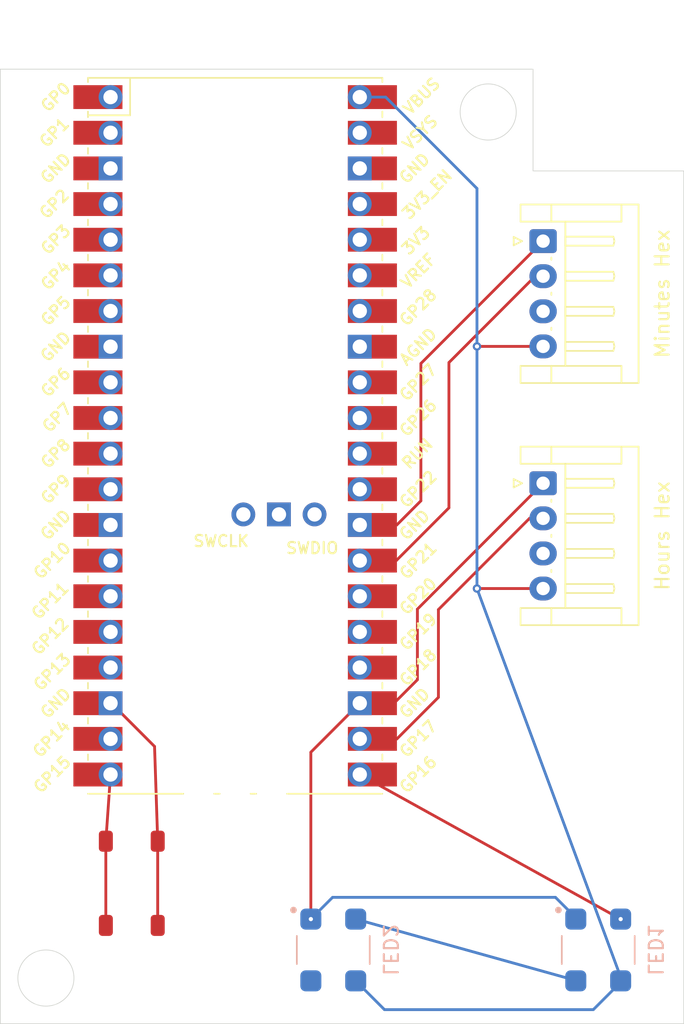
<source format=kicad_pcb>
(kicad_pcb (version 20240108) (generator "pcbnew") (generator_version "8.0")
  (layers (0 "F.Cu" signal) (31 "B.Cu" signal) (34 "B.Paste" user) (35 "F.Paste" user) (36 "B.SilkS" user "B.Silkscreen") (37 "F.SilkS" user "F.Silkscreen") (38 "B.Mask" user) (39 "F.Mask" user) (44 "Edge.Cuts" user))
  (net 0 "")
  (net 2 "Net-(J1-Pin_4)")
  (net 3 "Net-(J1-Pin_1)")
  (net 4 "Net-(J2-Pin_1)")
  (net 5 "Net-(J2-Pin_2)")
  (net 6 "Net-(U1-GPIO15)")
  (net 21 "Net-(LED1-Data_OUT)")
  (net 25 "Net-(LED1-Data_IN)")
  (net 26 "Net-(SW1-Pad2)")
  (net 73 "Net-(J1-Pin_2)")
  (footprint "RaspberryPI PicoW:RPi_PicoW_SMD_TH" (layer "F.Cu") (at 146.75 89.87)
    (property "Reference" "U1" (hide yes))
    (property "Value" "PicoW")
    (fp_line (start -10.5 -25.5) (end -10.5 -25.2) (stroke (width 0.12)) (layer "F.SilkS"))
    (fp_line (start -10.5 -25.5) (end 10.5 -25.5) (stroke (width 0.12)) (layer "F.SilkS"))
    (fp_line (start -10.5 -23.1) (end -10.5 -22.7) (stroke (width 0.12)) (layer "F.SilkS"))
    (fp_line (start -10.5 -22.833) (end -7.493 -22.833) (stroke (width 0.12)) (layer "F.SilkS"))
    (fp_line (start -10.5 -20.5) (end -10.5 -20.1) (stroke (width 0.12)) (layer "F.SilkS"))
    (fp_line (start -10.5 -18) (end -10.5 -17.6) (stroke (width 0.12)) (layer "F.SilkS"))
    (fp_line (start -10.5 -15.4) (end -10.5 -15) (stroke (width 0.12)) (layer "F.SilkS"))
    (fp_line (start -10.5 -12.9) (end -10.5 -12.5) (stroke (width 0.12)) (layer "F.SilkS"))
    (fp_line (start -10.5 -10.4) (end -10.5 -10) (stroke (width 0.12)) (layer "F.SilkS"))
    (fp_line (start -10.5 -7.8) (end -10.5 -7.4) (stroke (width 0.12)) (layer "F.SilkS"))
    (fp_line (start -10.5 -5.3) (end -10.5 -4.9) (stroke (width 0.12)) (layer "F.SilkS"))
    (fp_line (start -10.5 -2.7) (end -10.5 -2.3) (stroke (width 0.12)) (layer "F.SilkS"))
    (fp_line (start -10.5 -0.2) (end -10.5 0.2) (stroke (width 0.12)) (layer "F.SilkS"))
    (fp_line (start -10.5 2.3) (end -10.5 2.7) (stroke (width 0.12)) (layer "F.SilkS"))
    (fp_line (start -10.5 4.9) (end -10.5 5.3) (stroke (width 0.12)) (layer "F.SilkS"))
    (fp_line (start -10.5 7.4) (end -10.5 7.8) (stroke (width 0.12)) (layer "F.SilkS"))
    (fp_line (start -10.5 10) (end -10.5 10.4) (stroke (width 0.12)) (layer "F.SilkS"))
    (fp_line (start -10.5 12.5) (end -10.5 12.9) (stroke (width 0.12)) (layer "F.SilkS"))
    (fp_line (start -10.5 15.1) (end -10.5 15.5) (stroke (width 0.12)) (layer "F.SilkS"))
    (fp_line (start -10.5 17.6) (end -10.5 18) (stroke (width 0.12)) (layer "F.SilkS"))
    (fp_line (start -10.5 20.1) (end -10.5 20.5) (stroke (width 0.12)) (layer "F.SilkS"))
    (fp_line (start -10.5 22.7) (end -10.5 23.1) (stroke (width 0.12)) (layer "F.SilkS"))
    (fp_line (start -7.493 -22.833) (end -7.493 -25.5) (stroke (width 0.12)) (layer "F.SilkS"))
    (fp_line (start -3.7 25.5) (end -10.5 25.5) (stroke (width 0.12)) (layer "F.SilkS"))
    (fp_line (start -1.5 25.5) (end -1.1 25.5) (stroke (width 0.12)) (layer "F.SilkS"))
    (fp_line (start 1.1 25.5) (end 1.5 25.5) (stroke (width 0.12)) (layer "F.SilkS"))
    (fp_line (start 10.5 -25.5) (end 10.5 -25.2) (stroke (width 0.12)) (layer "F.SilkS"))
    (fp_line (start 10.5 -23.1) (end 10.5 -22.7) (stroke (width 0.12)) (layer "F.SilkS"))
    (fp_line (start 10.5 -20.5) (end 10.5 -20.1) (stroke (width 0.12)) (layer "F.SilkS"))
    (fp_line (start 10.5 -18) (end 10.5 -17.6) (stroke (width 0.12)) (layer "F.SilkS"))
    (fp_line (start 10.5 -15.4) (end 10.5 -15) (stroke (width 0.12)) (layer "F.SilkS"))
    (fp_line (start 10.5 -12.9) (end 10.5 -12.5) (stroke (width 0.12)) (layer "F.SilkS"))
    (fp_line (start 10.5 -10.4) (end 10.5 -10) (stroke (width 0.12)) (layer "F.SilkS"))
    (fp_line (start 10.5 -7.8) (end 10.5 -7.4) (stroke (width 0.12)) (layer "F.SilkS"))
    (fp_line (start 10.5 -5.3) (end 10.5 -4.9) (stroke (width 0.12)) (layer "F.SilkS"))
    (fp_line (start 10.5 -2.7) (end 10.5 -2.3) (stroke (width 0.12)) (layer "F.SilkS"))
    (fp_line (start 10.5 -0.2) (end 10.5 0.2) (stroke (width 0.12)) (layer "F.SilkS"))
    (fp_line (start 10.5 2.3) (end 10.5 2.7) (stroke (width 0.12)) (layer "F.SilkS"))
    (fp_line (start 10.5 4.9) (end 10.5 5.3) (stroke (width 0.12)) (layer "F.SilkS"))
    (fp_line (start 10.5 7.4) (end 10.5 7.8) (stroke (width 0.12)) (layer "F.SilkS"))
    (fp_line (start 10.5 10) (end 10.5 10.4) (stroke (width 0.12)) (layer "F.SilkS"))
    (fp_line (start 10.5 12.5) (end 10.5 12.9) (stroke (width 0.12)) (layer "F.SilkS"))
    (fp_line (start 10.5 15.1) (end 10.5 15.5) (stroke (width 0.12)) (layer "F.SilkS"))
    (fp_line (start 10.5 17.6) (end 10.5 18) (stroke (width 0.12)) (layer "F.SilkS"))
    (fp_line (start 10.5 20.1) (end 10.5 20.5) (stroke (width 0.12)) (layer "F.SilkS"))
    (fp_line (start 10.5 22.7) (end 10.5 23.1) (stroke (width 0.12)) (layer "F.SilkS"))
    (fp_line (start 10.5 25.5) (end 3.7 25.5) (stroke (width 0.12)) (layer "F.SilkS"))
    (fp_text user "GP11" (at -13.2 11.7525 45) (layer "F.SilkS") (effects (font (size 0.8 0.8))))
    (fp_text user "GND" (at 12.8 6.35 45) (layer "F.SilkS") (effects (font (size 0.8 0.8))))
    (fp_text user "GP9" (at -12.8 3.81 45) (layer "F.SilkS") (effects (font (size 0.8 0.8))))
    (fp_text user "GP22" (at 13.054 3.81 45) (layer "F.SilkS") (effects (font (size 0.8 0.8))))
    (fp_text user "VREF" (at 13.0675 -11.7425 45) (layer "F.SilkS") (effects (font (size 0.8 0.8))))
    (fp_text user "GP19" (at 13.054 13.97 45) (layer "F.SilkS") (effects (font (size 0.8 0.8))))
    (fp_text user "GP17" (at 13.054 21.59 45) (layer "F.SilkS") (effects (font (size 0.8 0.8))))
    (fp_text user "GP3" (at -12.8 -13.97 45) (layer "F.SilkS") (effects (font (size 0.8 0.8))))
    (fp_text user "GP16" (at 13.054 24.13 45) (layer "F.SilkS") (effects (font (size 0.8 0.8))))
    (fp_text user "GP1" (at -12.9 -21.6 45) (layer "F.SilkS") (effects (font (size 0.8 0.8))))
    (fp_text user "GP18" (at 13.054 16.51 45) (layer "F.SilkS") (effects (font (size 0.8 0.8))))
    (fp_text user "GP0" (at -12.8 -24.13 45) (layer "F.SilkS") (effects (font (size 0.8 0.8))))
    (fp_text user "GP2" (at -12.9 -16.51 45) (layer "F.SilkS") (effects (font (size 0.8 0.8))))
    (fp_text user "RUN" (at 13 1.27 45) (layer "F.SilkS") (effects (font (size 0.8 0.8))))
    (fp_text user "GP20" (at 13.054 11.43 45) (layer "F.SilkS") (effects (font (size 0.8 0.8))))
    (fp_text user "GP6" (at -12.8 -3.81 45) (layer "F.SilkS") (effects (font (size 0.8 0.8))))
    (fp_text user "GND" (at 12.8 -19.05 45) (layer "F.SilkS") (effects (font (size 0.8 0.8))))
    (fp_text user "GP21" (at 13.054 8.9 45) (layer "F.SilkS") (effects (font (size 0.8 0.8))))
    (fp_text user "GP4" (at -12.8 -11.43 45) (layer "F.SilkS") (effects (font (size 0.8 0.8))))
    (fp_text user "GP12" (at -13.2 14.2925 45) (layer "F.SilkS") (effects (font (size 0.8 0.8))))
    (fp_text user "GND" (at -12.8 -6.35 45) (layer "F.SilkS") (effects (font (size 0.8 0.8))))
    (fp_text user "VSYS" (at 13.2 -21.59 45) (layer "F.SilkS") (effects (font (size 0.8 0.8))))
    (fp_text user "GND" (at 12.8 19.05 45) (layer "F.SilkS") (effects (font (size 0.8 0.8))))
    (fp_text user "GND" (at -12.8 6.35 45) (layer "F.SilkS") (effects (font (size 0.8 0.8))))
    (fp_text user "GND" (at -12.8 -19.05 45) (layer "F.SilkS") (effects (font (size 0.8 0.8))))
    (fp_text user "3V3_EN" (at 13.7 -17.2 45) (layer "F.SilkS") (effects (font (size 0.8 0.8))))
    (fp_text user "GP8" (at -12.8 1.27 45) (layer "F.SilkS") (effects (font (size 0.8 0.8))))
    (fp_text user "GP26" (at 13.054 -1.27 45) (layer "F.SilkS") (effects (font (size 0.8 0.8))))
    (fp_text user "GP14" (at -13.1 21.59 45) (layer "F.SilkS") (effects (font (size 0.8 0.8))))
    (fp_text user "GP28" (at 13.054 -9.144 45) (layer "F.SilkS") (effects (font (size 0.8 0.8))))
    (fp_text user "SWCLK" (at -1 7.5 0) (layer "F.SilkS") (effects (font (size 0.8 0.8))))
    (fp_text user "3V3" (at 12.9 -13.9 45) (layer "F.SilkS") (effects (font (size 0.8 0.8))))
    (fp_text user "AGND" (at 13.054 -6.35 45) (layer "F.SilkS") (effects (font (size 0.8 0.8))))
    (fp_text user "GP13" (at -13.054 16.8325 45) (layer "F.SilkS") (effects (font (size 0.8 0.8))))
    (fp_text user "GP10" (at -13.054 8.89 45) (layer "F.SilkS") (effects (font (size 0.8 0.8))))
    (fp_text user "GP15" (at -13.054 24.13 45) (layer "F.SilkS") (effects (font (size 0.8 0.8))))
    (fp_text user "GP5" (at -12.8 -8.89 45) (layer "F.SilkS") (effects (font (size 0.8 0.8))))
    (fp_text user "GP27" (at 13.054 -3.8 45) (layer "F.SilkS") (effects (font (size 0.8 0.8))))
    (fp_text user "GND" (at -12.8 19.05 45) (layer "F.SilkS") (effects (font (size 0.8 0.8))))
    (fp_text user "SWDIO" (at 5.5 8 0) (layer "F.SilkS") (effects (font (size 0.8 0.8))))
    (fp_text user "VBUS" (at 13.3 -24.2 45) (layer "F.SilkS") (effects (font (size 0.8 0.8))))
    (pad "" np_thru_hole oval (at -2.725 -24) (size 1.8 1.8) (drill 1.8) (layers "*.Cu" "*.Mask"))
    (pad "" np_thru_hole oval (at -2.425 -20.97) (size 1.5 1.5) (drill 1.5) (layers "*.Cu" "*.Mask"))
    (pad "" np_thru_hole oval (at 2.425 -20.97) (size 1.5 1.5) (drill 1.5) (layers "*.Cu" "*.Mask"))
    (pad "" np_thru_hole oval (at 2.725 -24) (size 1.8 1.8) (drill 1.8) (layers "*.Cu" "*.Mask"))
    (pad "1" thru_hole oval (at -8.89 -24.13) (size 1.7 1.7) (drill 1.02) (layers "*.Cu" "*.Mask"))
    (pad "1" smd rect (at -8.89 -24.13) (size 3.5 1.7) (drill (offset -0.9 0)) (layers "F.Cu" "F.Mask"))
    (pad "2" thru_hole oval (at -8.89 -21.59) (size 1.7 1.7) (drill 1.02) (layers "*.Cu" "*.Mask"))
    (pad "2" smd rect (at -8.89 -21.59) (size 3.5 1.7) (drill (offset -0.9 0)) (layers "F.Cu" "F.Mask"))
    (pad "3" thru_hole rect (at -8.89 -19.05) (size 1.7 1.7) (drill 1.02) (layers "*.Cu" "*.Mask"))
    (pad "3" smd rect (at -8.89 -19.05) (size 3.5 1.7) (drill (offset -0.9 0)) (layers "F.Cu" "F.Mask"))
    (pad "4" thru_hole oval (at -8.89 -16.51) (size 1.7 1.7) (drill 1.02) (layers "*.Cu" "*.Mask"))
    (pad "4" smd rect (at -8.89 -16.51) (size 3.5 1.7) (drill (offset -0.9 0)) (layers "F.Cu" "F.Mask"))
    (pad "5" thru_hole oval (at -8.89 -13.97) (size 1.7 1.7) (drill 1.02) (layers "*.Cu" "*.Mask"))
    (pad "5" smd rect (at -8.89 -13.97) (size 3.5 1.7) (drill (offset -0.9 0)) (layers "F.Cu" "F.Mask"))
    (pad "6" thru_hole oval (at -8.89 -11.43) (size 1.7 1.7) (drill 1.02) (layers "*.Cu" "*.Mask"))
    (pad "6" smd rect (at -8.89 -11.43) (size 3.5 1.7) (drill (offset -0.9 0)) (layers "F.Cu" "F.Mask"))
    (pad "7" thru_hole oval (at -8.89 -8.89) (size 1.7 1.7) (drill 1.02) (layers "*.Cu" "*.Mask"))
    (pad "7" smd rect (at -8.89 -8.89) (size 3.5 1.7) (drill (offset -0.9 0)) (layers "F.Cu" "F.Mask"))
    (pad "8" thru_hole rect (at -8.89 -6.35) (size 1.7 1.7) (drill 1.02) (layers "*.Cu" "*.Mask"))
    (pad "8" smd rect (at -8.89 -6.35) (size 3.5 1.7) (drill (offset -0.9 0)) (layers "F.Cu" "F.Mask"))
    (pad "9" thru_hole oval (at -8.89 -3.81) (size 1.7 1.7) (drill 1.02) (layers "*.Cu" "*.Mask"))
    (pad "9" smd rect (at -8.89 -3.81) (size 3.5 1.7) (drill (offset -0.9 0)) (layers "F.Cu" "F.Mask"))
    (pad "10" thru_hole oval (at -8.89 -1.27) (size 1.7 1.7) (drill 1.02) (layers "*.Cu" "*.Mask"))
    (pad "10" smd rect (at -8.89 -1.27) (size 3.5 1.7) (drill (offset -0.9 0)) (layers "F.Cu" "F.Mask"))
    (pad "11" thru_hole oval (at -8.89 1.27) (size 1.7 1.7) (drill 1.02) (layers "*.Cu" "*.Mask"))
    (pad "11" smd rect (at -8.89 1.27) (size 3.5 1.7) (drill (offset -0.9 0)) (layers "F.Cu" "F.Mask"))
    (pad "12" thru_hole oval (at -8.89 3.81) (size 1.7 1.7) (drill 1.02) (layers "*.Cu" "*.Mask"))
    (pad "12" smd rect (at -8.89 3.81) (size 3.5 1.7) (drill (offset -0.9 0)) (layers "F.Cu" "F.Mask"))
    (pad "13" thru_hole rect (at -8.89 6.35) (size 1.7 1.7) (drill 1.02) (layers "*.Cu" "*.Mask"))
    (pad "13" smd rect (at -8.89 6.35) (size 3.5 1.7) (drill (offset -0.9 0)) (layers "F.Cu" "F.Mask"))
    (pad "14" thru_hole oval (at -8.89 8.89) (size 1.7 1.7) (drill 1.02) (layers "*.Cu" "*.Mask"))
    (pad "14" smd rect (at -8.89 8.89) (size 3.5 1.7) (drill (offset -0.9 0)) (layers "F.Cu" "F.Mask"))
    (pad "15" thru_hole oval (at -8.89 11.43) (size 1.7 1.7) (drill 1.02) (layers "*.Cu" "*.Mask"))
    (pad "15" smd rect (at -8.89 11.43) (size 3.5 1.7) (drill (offset -0.9 0)) (layers "F.Cu" "F.Mask"))
    (pad "16" thru_hole oval (at -8.89 13.97) (size 1.7 1.7) (drill 1.02) (layers "*.Cu" "*.Mask"))
    (pad "16" smd rect (at -8.89 13.97) (size 3.5 1.7) (drill (offset -0.9 0)) (layers "F.Cu" "F.Mask"))
    (pad "17" thru_hole oval (at -8.89 16.51) (size 1.7 1.7) (drill 1.02) (layers "*.Cu" "*.Mask"))
    (pad "17" smd rect (at -8.89 16.51) (size 3.5 1.7) (drill (offset -0.9 0)) (layers "F.Cu" "F.Mask"))
    (pad "18" thru_hole rect (at -8.89 19.05) (size 1.7 1.7) (drill 1.02) (layers "*.Cu" "*.Mask") (net 26 "Net-(SW1-Pad2)"))
    (pad "18" smd rect (at -8.89 19.05) (size 3.5 1.7) (drill (offset -0.9 0)) (layers "F.Cu" "F.Mask") (net 26 "Net-(SW1-Pad2)"))
    (pad "19" thru_hole oval (at -8.89 21.59) (size 1.7 1.7) (drill 1.02) (layers "*.Cu" "*.Mask"))
    (pad "19" smd rect (at -8.89 21.59) (size 3.5 1.7) (drill (offset -0.9 0)) (layers "F.Cu" "F.Mask"))
    (pad "20" thru_hole oval (at -8.89 24.13) (size 1.7 1.7) (drill 1.02) (layers "*.Cu" "*.Mask") (net 6 "Net-(U1-GPIO15)"))
    (pad "20" smd rect (at -8.89 24.13) (size 3.5 1.7) (drill (offset -0.9 0)) (layers "F.Cu" "F.Mask") (net 6 "Net-(U1-GPIO15)"))
    (pad "21" thru_hole oval (at 8.89 24.13) (size 1.7 1.7) (drill 1.02) (layers "*.Cu" "*.Mask") (net 25 "Net-(LED1-Data_IN)"))
    (pad "21" smd rect (at 8.89 24.13) (size 3.5 1.7) (drill (offset 0.9 0)) (layers "F.Cu" "F.Mask") (net 25 "Net-(LED1-Data_IN)"))
    (pad "22" thru_hole oval (at 8.89 21.59) (size 1.7 1.7) (drill 1.02) (layers "*.Cu" "*.Mask") (net 5 "Net-(J2-Pin_2)"))
    (pad "22" smd rect (at 8.89 21.59) (size 3.5 1.7) (drill (offset 0.9 0)) (layers "F.Cu" "F.Mask") (net 5 "Net-(J2-Pin_2)"))
    (pad "23" thru_hole rect (at 8.89 19.05) (size 1.7 1.7) (drill 1.02) (layers "*.Cu" "*.Mask") (net 4 "Net-(J2-Pin_1)"))
    (pad "23" smd rect (at 8.89 19.05) (size 3.5 1.7) (drill (offset 0.9 0)) (layers "F.Cu" "F.Mask") (net 4 "Net-(J2-Pin_1)"))
    (pad "24" thru_hole oval (at 8.89 16.51) (size 1.7 1.7) (drill 1.02) (layers "*.Cu" "*.Mask"))
    (pad "24" smd rect (at 8.89 16.51) (size 3.5 1.7) (drill (offset 0.9 0)) (layers "F.Cu" "F.Mask"))
    (pad "25" thru_hole oval (at 8.89 13.97) (size 1.7 1.7) (drill 1.02) (layers "*.Cu" "*.Mask"))
    (pad "25" smd rect (at 8.89 13.97) (size 3.5 1.7) (drill (offset 0.9 0)) (layers "F.Cu" "F.Mask"))
    (pad "26" thru_hole oval (at 8.89 11.43) (size 1.7 1.7) (drill 1.02) (layers "*.Cu" "*.Mask"))
    (pad "26" smd rect (at 8.89 11.43) (size 3.5 1.7) (drill (offset 0.9 0)) (layers "F.Cu" "F.Mask"))
    (pad "27" thru_hole oval (at 8.89 8.89) (size 1.7 1.7) (drill 1.02) (layers "*.Cu" "*.Mask") (net 73 "Net-(J1-Pin_2)"))
    (pad "27" smd rect (at 8.89 8.89) (size 3.5 1.7) (drill (offset 0.9 0)) (layers "F.Cu" "F.Mask") (net 73 "Net-(J1-Pin_2)"))
    (pad "28" thru_hole rect (at 8.89 6.35) (size 1.7 1.7) (drill 1.02) (layers "*.Cu" "*.Mask") (net 3 "Net-(J1-Pin_1)"))
    (pad "28" smd rect (at 8.89 6.35) (size 3.5 1.7) (drill (offset 0.9 0)) (layers "F.Cu" "F.Mask") (net 3 "Net-(J1-Pin_1)"))
    (pad "29" thru_hole oval (at 8.89 3.81) (size 1.7 1.7) (drill 1.02) (layers "*.Cu" "*.Mask"))
    (pad "29" smd rect (at 8.89 3.81) (size 3.5 1.7) (drill (offset 0.9 0)) (layers "F.Cu" "F.Mask"))
    (pad "30" thru_hole oval (at 8.89 1.27) (size 1.7 1.7) (drill 1.02) (layers "*.Cu" "*.Mask"))
    (pad "30" smd rect (at 8.89 1.27) (size 3.5 1.7) (drill (offset 0.9 0)) (layers "F.Cu" "F.Mask"))
    (pad "31" thru_hole oval (at 8.89 -1.27) (size 1.7 1.7) (drill 1.02) (layers "*.Cu" "*.Mask"))
    (pad "31" smd rect (at 8.89 -1.27) (size 3.5 1.7) (drill (offset 0.9 0)) (layers "F.Cu" "F.Mask"))
    (pad "32" thru_hole oval (at 8.89 -3.81) (size 1.7 1.7) (drill 1.02) (layers "*.Cu" "*.Mask"))
    (pad "32" smd rect (at 8.89 -3.81) (size 3.5 1.7) (drill (offset 0.9 0)) (layers "F.Cu" "F.Mask"))
    (pad "33" thru_hole rect (at 8.89 -6.35) (size 1.7 1.7) (drill 1.02) (layers "*.Cu" "*.Mask"))
    (pad "33" smd rect (at 8.89 -6.35) (size 3.5 1.7) (drill (offset 0.9 0)) (layers "F.Cu" "F.Mask"))
    (pad "34" thru_hole oval (at 8.89 -8.89) (size 1.7 1.7) (drill 1.02) (layers "*.Cu" "*.Mask"))
    (pad "34" smd rect (at 8.89 -8.89) (size 3.5 1.7) (drill (offset 0.9 0)) (layers "F.Cu" "F.Mask"))
    (pad "35" thru_hole oval (at 8.89 -11.43) (size 1.7 1.7) (drill 1.02) (layers "*.Cu" "*.Mask"))
    (pad "35" smd rect (at 8.89 -11.43) (size 3.5 1.7) (drill (offset 0.9 0)) (layers "F.Cu" "F.Mask"))
    (pad "36" thru_hole oval (at 8.89 -13.97) (size 1.7 1.7) (drill 1.02) (layers "*.Cu" "*.Mask"))
    (pad "36" smd rect (at 8.89 -13.97) (size 3.5 1.7) (drill (offset 0.9 0)) (layers "F.Cu" "F.Mask"))
    (pad "37" thru_hole oval (at 8.89 -16.51) (size 1.7 1.7) (drill 1.02) (layers "*.Cu" "*.Mask"))
    (pad "37" smd rect (at 8.89 -16.51) (size 3.5 1.7) (drill (offset 0.9 0)) (layers "F.Cu" "F.Mask"))
    (pad "38" thru_hole rect (at 8.89 -19.05) (size 1.7 1.7) (drill 1.02) (layers "*.Cu" "*.Mask"))
    (pad "38" smd rect (at 8.89 -19.05) (size 3.5 1.7) (drill (offset 0.9 0)) (layers "F.Cu" "F.Mask"))
    (pad "39" thru_hole oval (at 8.89 -21.59) (size 1.7 1.7) (drill 1.02) (layers "*.Cu" "*.Mask"))
    (pad "39" smd rect (at 8.89 -21.59) (size 3.5 1.7) (drill (offset 0.9 0)) (layers "F.Cu" "F.Mask"))
    (pad "40" thru_hole oval (at 8.89 -24.13) (size 1.7 1.7) (drill 1.02) (layers "*.Cu" "*.Mask") (net 2 "Net-(J1-Pin_4)"))
    (pad "40" smd rect (at 8.89 -24.13) (size 3.5 1.7) (drill (offset 0.9 0)) (layers "F.Cu" "F.Mask") (net 2 "Net-(J1-Pin_4)"))
    (pad "41" thru_hole oval (at 0.5841 5.6) (size 1.7 1.7) (drill 1.02) (layers "*.Cu" "*.Mask"))
    (pad "42" thru_hole rect (at 3.1241 5.6) (size 1.7 1.7) (drill 1.02) (layers "*.Cu" "*.Mask"))
    (pad "43" thru_hole oval (at 5.6641 5.6) (size 1.7 1.7) (drill 1.02) (layers "*.Cu" "*.Mask"))
  )
  (footprint "Connector_JST:JST_EH_S4B-EH_1x04_P2.50mm_Horizontal" (layer "F.Cu") (at 168.7175 76 -90)
    (property "Reference" "Minutes Hex" (at 3.75 -8.5 90) (layer "F.SilkS"))
    (property "Value" "Conn_01x04_Socket" (hide yes))
    (fp_line (start -0.3 2.1) (end 0.3 2.1) (stroke (width 0.12)) (layer "F.SilkS"))
    (fp_line (start 0.3 2.1) (end 0 1.5) (stroke (width 0.12)) (layer "F.SilkS"))
    (fp_line (start -2.61 1.61) (end -2.61 -6.81) (stroke (width 0.12)) (layer "F.SilkS"))
    (fp_line (start -1.39 1.61) (end -2.61 1.61) (stroke (width 0.12)) (layer "F.SilkS"))
    (fp_line (start 8.89 1.61) (end 8.89 -0.59) (stroke (width 0.12)) (layer "F.SilkS"))
    (fp_line (start 10.11 1.61) (end 8.89 1.61) (stroke (width 0.12)) (layer "F.SilkS"))
    (fp_line (start 0 1.5) (end -0.3 2.1) (stroke (width 0.12)) (layer "F.SilkS"))
    (fp_line (start -1.39 -0.59) (end -1.39 1.61) (stroke (width 0.12)) (layer "F.SilkS"))
    (fp_line (start -1.39 -0.59) (end -2.61 -0.59) (stroke (width 0.12)) (layer "F.SilkS"))
    (fp_line (start 1.17 -0.59) (end 1.33 -0.59) (stroke (width 0.12)) (layer "F.SilkS"))
    (fp_line (start 3.67 -0.59) (end 3.83 -0.59) (stroke (width 0.12)) (layer "F.SilkS"))
    (fp_line (start 6.17 -0.59) (end 6.33 -0.59) (stroke (width 0.12)) (layer "F.SilkS"))
    (fp_line (start 8.89 -0.59) (end 10.11 -0.59) (stroke (width 0.12)) (layer "F.SilkS"))
    (fp_line (start -1.39 -1.59) (end 8.89 -1.59) (stroke (width 0.12)) (layer "F.SilkS"))
    (fp_line (start -0.32 -1.59) (end -0.32 -5.01) (stroke (width 0.12)) (layer "F.SilkS"))
    (fp_line (start 0 -1.59) (end -0.32 -1.59) (stroke (width 0.12)) (layer "F.SilkS"))
    (fp_line (start 0.32 -1.59) (end 0 -1.59) (stroke (width 0.12)) (layer "F.SilkS"))
    (fp_line (start 2.18 -1.59) (end 2.18 -5.01) (stroke (width 0.12)) (layer "F.SilkS"))
    (fp_line (start 2.5 -1.59) (end 2.18 -1.59) (stroke (width 0.12)) (layer "F.SilkS"))
    (fp_line (start 2.82 -1.59) (end 2.5 -1.59) (stroke (width 0.12)) (layer "F.SilkS"))
    (fp_line (start 4.68 -1.59) (end 4.68 -5.01) (stroke (width 0.12)) (layer "F.SilkS"))
    (fp_line (start 5 -1.59) (end 4.68 -1.59) (stroke (width 0.12)) (layer "F.SilkS"))
    (fp_line (start 5.32 -1.59) (end 5 -1.59) (stroke (width 0.12)) (layer "F.SilkS"))
    (fp_line (start 7.18 -1.59) (end 7.18 -5.01) (stroke (width 0.12)) (layer "F.SilkS"))
    (fp_line (start 7.5 -1.59) (end 7.18 -1.59) (stroke (width 0.12)) (layer "F.SilkS"))
    (fp_line (start 7.82 -1.59) (end 7.5 -1.59) (stroke (width 0.12)) (layer "F.SilkS"))
    (fp_line (start -0.32 -5.01) (end 0 -5.09) (stroke (width 0.12)) (layer "F.SilkS"))
    (fp_line (start 0.32 -5.01) (end 0.32 -1.59) (stroke (width 0.12)) (layer "F.SilkS"))
    (fp_line (start 2.18 -5.01) (end 2.5 -5.09) (stroke (width 0.12)) (layer "F.SilkS"))
    (fp_line (start 2.82 -5.01) (end 2.82 -1.59) (stroke (width 0.12)) (layer "F.SilkS"))
    (fp_line (start 4.68 -5.01) (end 5 -5.09) (stroke (width 0.12)) (layer "F.SilkS"))
    (fp_line (start 5.32 -5.01) (end 5.32 -1.59) (stroke (width 0.12)) (layer "F.SilkS"))
    (fp_line (start 7.18 -5.01) (end 7.5 -5.09) (stroke (width 0.12)) (layer "F.SilkS"))
    (fp_line (start 7.82 -5.01) (end 7.82 -1.59) (stroke (width 0.12)) (layer "F.SilkS"))
    (fp_line (start 0 -5.09) (end 0.32 -5.01) (stroke (width 0.12)) (layer "F.SilkS"))
    (fp_line (start 2.5 -5.09) (end 2.82 -5.01) (stroke (width 0.12)) (layer "F.SilkS"))
    (fp_line (start 5 -5.09) (end 5.32 -5.01) (stroke (width 0.12)) (layer "F.SilkS"))
    (fp_line (start 7.5 -5.09) (end 7.82 -5.01) (stroke (width 0.12)) (layer "F.SilkS"))
    (fp_line (start -2.61 -5.59) (end -1.39 -5.59) (stroke (width 0.12)) (layer "F.SilkS"))
    (fp_line (start -1.39 -5.59) (end -1.39 -0.59) (stroke (width 0.12)) (layer "F.SilkS"))
    (fp_line (start 8.89 -5.59) (end 8.89 -0.59) (stroke (width 0.12)) (layer "F.SilkS"))
    (fp_line (start 10.11 -5.59) (end 8.89 -5.59) (stroke (width 0.12)) (layer "F.SilkS"))
    (fp_line (start -2.61 -6.81) (end 10.11 -6.81) (stroke (width 0.12)) (layer "F.SilkS"))
    (fp_line (start 10.11 -6.81) (end 10.11 1.61) (stroke (width 0.12)) (layer "F.SilkS"))
    (pad "1" thru_hole roundrect (at 0 0 270) (size 1.7 1.95) (drill 0.95) (layers "*.Cu" "*.Mask") (roundrect_rratio 0.147059) (net 3 "Net-(J1-Pin_1)"))
    (pad "2" thru_hole oval (at 2.5 0 270) (size 1.7 1.95) (drill 0.95) (layers "*.Cu" "*.Mask") (net 73 "Net-(J1-Pin_2)"))
    (pad "3" thru_hole oval (at 5 0 270) (size 1.7 1.95) (drill 0.95) (layers "*.Cu" "*.Mask"))
    (pad "4" thru_hole oval (at 7.5 0 270) (size 1.7 1.95) (drill 0.95) (layers "*.Cu" "*.Mask") (net 2 "Net-(J1-Pin_4)"))
  )
  (footprint "Connector_JST:JST_EH_S4B-EH_1x04_P2.50mm_Horizontal" (layer "F.Cu") (at 168.7175 93.25 -90)
    (property "Reference" "Hours Hex" (at 3.75 -8.5 90) (layer "F.SilkS"))
    (property "Value" "Conn_01x04_Socket" (hide yes))
    (fp_line (start -0.3 2.1) (end 0.3 2.1) (stroke (width 0.12)) (layer "F.SilkS"))
    (fp_line (start 0.3 2.1) (end 0 1.5) (stroke (width 0.12)) (layer "F.SilkS"))
    (fp_line (start -2.61 1.61) (end -2.61 -6.81) (stroke (width 0.12)) (layer "F.SilkS"))
    (fp_line (start -1.39 1.61) (end -2.61 1.61) (stroke (width 0.12)) (layer "F.SilkS"))
    (fp_line (start 8.89 1.61) (end 8.89 -0.59) (stroke (width 0.12)) (layer "F.SilkS"))
    (fp_line (start 10.11 1.61) (end 8.89 1.61) (stroke (width 0.12)) (layer "F.SilkS"))
    (fp_line (start 0 1.5) (end -0.3 2.1) (stroke (width 0.12)) (layer "F.SilkS"))
    (fp_line (start -1.39 -0.59) (end -1.39 1.61) (stroke (width 0.12)) (layer "F.SilkS"))
    (fp_line (start -1.39 -0.59) (end -2.61 -0.59) (stroke (width 0.12)) (layer "F.SilkS"))
    (fp_line (start 1.17 -0.59) (end 1.33 -0.59) (stroke (width 0.12)) (layer "F.SilkS"))
    (fp_line (start 3.67 -0.59) (end 3.83 -0.59) (stroke (width 0.12)) (layer "F.SilkS"))
    (fp_line (start 6.17 -0.59) (end 6.33 -0.59) (stroke (width 0.12)) (layer "F.SilkS"))
    (fp_line (start 8.89 -0.59) (end 10.11 -0.59) (stroke (width 0.12)) (layer "F.SilkS"))
    (fp_line (start -1.39 -1.59) (end 8.89 -1.59) (stroke (width 0.12)) (layer "F.SilkS"))
    (fp_line (start -0.32 -1.59) (end -0.32 -5.01) (stroke (width 0.12)) (layer "F.SilkS"))
    (fp_line (start 0 -1.59) (end -0.32 -1.59) (stroke (width 0.12)) (layer "F.SilkS"))
    (fp_line (start 0.32 -1.59) (end 0 -1.59) (stroke (width 0.12)) (layer "F.SilkS"))
    (fp_line (start 2.18 -1.59) (end 2.18 -5.01) (stroke (width 0.12)) (layer "F.SilkS"))
    (fp_line (start 2.5 -1.59) (end 2.18 -1.59) (stroke (width 0.12)) (layer "F.SilkS"))
    (fp_line (start 2.82 -1.59) (end 2.5 -1.59) (stroke (width 0.12)) (layer "F.SilkS"))
    (fp_line (start 4.68 -1.59) (end 4.68 -5.01) (stroke (width 0.12)) (layer "F.SilkS"))
    (fp_line (start 5 -1.59) (end 4.68 -1.59) (stroke (width 0.12)) (layer "F.SilkS"))
    (fp_line (start 5.32 -1.59) (end 5 -1.59) (stroke (width 0.12)) (layer "F.SilkS"))
    (fp_line (start 7.18 -1.59) (end 7.18 -5.01) (stroke (width 0.12)) (layer "F.SilkS"))
    (fp_line (start 7.5 -1.59) (end 7.18 -1.59) (stroke (width 0.12)) (layer "F.SilkS"))
    (fp_line (start 7.82 -1.59) (end 7.5 -1.59) (stroke (width 0.12)) (layer "F.SilkS"))
    (fp_line (start -0.32 -5.01) (end 0 -5.09) (stroke (width 0.12)) (layer "F.SilkS"))
    (fp_line (start 0.32 -5.01) (end 0.32 -1.59) (stroke (width 0.12)) (layer "F.SilkS"))
    (fp_line (start 2.18 -5.01) (end 2.5 -5.09) (stroke (width 0.12)) (layer "F.SilkS"))
    (fp_line (start 2.82 -5.01) (end 2.82 -1.59) (stroke (width 0.12)) (layer "F.SilkS"))
    (fp_line (start 4.68 -5.01) (end 5 -5.09) (stroke (width 0.12)) (layer "F.SilkS"))
    (fp_line (start 5.32 -5.01) (end 5.32 -1.59) (stroke (width 0.12)) (layer "F.SilkS"))
    (fp_line (start 7.18 -5.01) (end 7.5 -5.09) (stroke (width 0.12)) (layer "F.SilkS"))
    (fp_line (start 7.82 -5.01) (end 7.82 -1.59) (stroke (width 0.12)) (layer "F.SilkS"))
    (fp_line (start 0 -5.09) (end 0.32 -5.01) (stroke (width 0.12)) (layer "F.SilkS"))
    (fp_line (start 2.5 -5.09) (end 2.82 -5.01) (stroke (width 0.12)) (layer "F.SilkS"))
    (fp_line (start 5 -5.09) (end 5.32 -5.01) (stroke (width 0.12)) (layer "F.SilkS"))
    (fp_line (start 7.5 -5.09) (end 7.82 -5.01) (stroke (width 0.12)) (layer "F.SilkS"))
    (fp_line (start -2.61 -5.59) (end -1.39 -5.59) (stroke (width 0.12)) (layer "F.SilkS"))
    (fp_line (start -1.39 -5.59) (end -1.39 -0.59) (stroke (width 0.12)) (layer "F.SilkS"))
    (fp_line (start 8.89 -5.59) (end 8.89 -0.59) (stroke (width 0.12)) (layer "F.SilkS"))
    (fp_line (start 10.11 -5.59) (end 8.89 -5.59) (stroke (width 0.12)) (layer "F.SilkS"))
    (fp_line (start -2.61 -6.81) (end 10.11 -6.81) (stroke (width 0.12)) (layer "F.SilkS"))
    (fp_line (start 10.11 -6.81) (end 10.11 1.61) (stroke (width 0.12)) (layer "F.SilkS"))
    (pad "1" thru_hole roundrect (at 0 0 270) (size 1.7 1.95) (drill 0.95) (layers "*.Cu" "*.Mask") (roundrect_rratio 0.147059) (net 4 "Net-(J2-Pin_1)"))
    (pad "2" thru_hole oval (at 2.5 0 270) (size 1.7 1.95) (drill 0.95) (layers "*.Cu" "*.Mask") (net 5 "Net-(J2-Pin_2)"))
    (pad "3" thru_hole oval (at 5 0 270) (size 1.7 1.95) (drill 0.95) (layers "*.Cu" "*.Mask"))
    (pad "4" thru_hole oval (at 7.5 0 270) (size 1.7 1.95) (drill 0.95) (layers "*.Cu" "*.Mask") (net 2 "Net-(J1-Pin_4)"))
  )
  (footprint "RaspberryPI PicoW:Switch" (layer "F.Cu") (at 144.225 121.75 90)
    (property "Reference" "SW1" (hide yes))
    (property "Value" "SW_Push" (hide yes))
    (pad "1" smd roundrect (at -3 -6.7 90) (size 1.5 1) (layers "F.Cu" "F.Paste" "F.Mask") (net 6 "Net-(U1-GPIO15)"))
    (pad "1" smd roundrect (at 3 -6.7 90) (size 1.5 1) (layers "F.Cu" "F.Paste" "F.Mask") (net 6 "Net-(U1-GPIO15)"))
    (pad "2" smd roundrect (at -3 -3 90) (size 1.5 1) (layers "F.Cu" "F.Paste" "F.Mask") (net 26 "Net-(SW1-Pad2)"))
    (pad "2" smd roundrect (at 3 -3 90) (size 1.5 1) (layers "F.Cu" "F.Paste" "F.Mask") (net 26 "Net-(SW1-Pad2)"))
  )
  (footprint "RaspberryPI PicoW:LED_SK6812RGBW_5050Metric_Pad1.5x1.5mm_HandSolder" (layer "B.Cu") (at 153.75 126.5 90)
    (property "Reference" "LED2" (at 0.01 4.06 -90) (layer "B.SilkS") (effects (justify mirror)))
    (property "Value" "LED_SK6812RGBW_5050Metric_Pad1.5x1.5mm_HandSolder" (hide yes))
    (fp_line (start 1 -2.6) (end -1 -2.6) (stroke (width 0.12)) (layer "B.SilkS"))
    (fp_line (start 1 2.6) (end -1 2.6) (stroke (width 0.12)) (layer "B.SilkS"))
    (fp_circle (center 2.845862 -2.84) (end 3.02 -2.85) (stroke (width 0.12)) (fill solid) (layer "B.SilkS"))
    (pad "1" smd roundrect (at -2.2 1.6 90) (size 1.5 1.5) (layers "B.Cu" "B.Paste" "B.Mask") (net 2 "Net-(J1-Pin_4)"))
    (pad "2" smd roundrect (at -2.2 -1.6 90) (size 1.5 1.5) (layers "B.Cu" "B.Paste" "B.Mask"))
    (pad "3" smd roundrect (at 2.2 -1.6 90) (size 1.5 1.5) (layers "B.Cu" "B.Paste" "B.Mask") (net 4 "Net-(J2-Pin_1)"))
    (pad "4" smd roundrect (at 2.2 1.6 90) (size 1.5 1.5) (layers "B.Cu" "B.Paste" "B.Mask") (net 21 "Net-(LED1-Data_OUT)"))
  )
  (footprint "RaspberryPI PicoW:LED_SK6812RGBW_5050Metric_Pad1.5x1.5mm_HandSolder" (layer "B.Cu") (at 172.65 126.5 90)
    (property "Reference" "LED1" (at 0.01 4.06 -90) (layer "B.SilkS") (effects (justify mirror)))
    (property "Value" "LED_SK6812RGBW_5050Metric_Pad1.5x1.5mm_HandSolder" (hide yes))
    (fp_line (start 1 -2.6) (end -1 -2.6) (stroke (width 0.12)) (layer "B.SilkS"))
    (fp_line (start 1 2.6) (end -1 2.6) (stroke (width 0.12)) (layer "B.SilkS"))
    (fp_circle (center 2.845862 -2.84) (end 3.02 -2.85) (stroke (width 0.12)) (fill solid) (layer "B.SilkS"))
    (pad "1" smd roundrect (at -2.2 1.6 90) (size 1.5 1.5) (layers "B.Cu" "B.Paste" "B.Mask") (net 2 "Net-(J1-Pin_4)"))
    (pad "2" smd roundrect (at -2.2 -1.6 90) (size 1.5 1.5) (layers "B.Cu" "B.Paste" "B.Mask") (net 21 "Net-(LED1-Data_OUT)"))
    (pad "3" smd roundrect (at 2.2 -1.6 90) (size 1.5 1.5) (layers "B.Cu" "B.Paste" "B.Mask") (net 4 "Net-(J2-Pin_1)"))
    (pad "4" smd roundrect (at 2.2 1.6 90) (size 1.5 1.5) (layers "B.Cu" "B.Paste" "B.Mask") (net 25 "Net-(LED1-Data_IN)"))
  )
  (gr_line (start 130 63.75) (end 168 63.75) (stroke (width 0.05)) (layer "Edge.Cuts"))
  (gr_line (start 178.75 131.75) (end 130 131.75) (stroke (width 0.05)) (layer "Edge.Cuts"))
  (gr_line (start 168 71) (end 178.75 71) (stroke (width 0.05)) (layer "Edge.Cuts"))
  (gr_line (start 178.75 71) (end 178.75 131.75) (stroke (width 0.05)) (layer "Edge.Cuts"))
  (gr_circle (center 133.25 128.5) (end 135.25 128.5) (stroke (width 0.05)) (fill none) (layer "Edge.Cuts"))
  (gr_circle (center 164.8 66.8) (end 166.8 66.8) (stroke (width 0.05)) (fill none) (layer "Edge.Cuts"))
  (gr_line (start 168 63.75) (end 168 71) (stroke (width 0.05)) (layer "Edge.Cuts"))
  (gr_line (start 130 131.75) (end 130 63.75) (stroke (width 0.05)) (layer "Edge.Cuts"))
  (gr_text "GP7" (at 134.05 88.57 45) (layer "F.SilkS") (effects (font (size 0.8 0.8))))
  (segment (start 168.7175 100.75) (end 164 100.75) (width 0.2) (layer "F.Cu") (net 2))
  (segment (start 168.7175 83.5) (end 164 83.5) (width 0.2) (layer "F.Cu") (net 2))
  (via (at 164 100.75) (size 0.6) (drill 0.3) (layers "F.Cu" "B.Cu") (net 2))
  (via (at 164 83.5) (size 0.6) (drill 0.3) (layers "F.Cu" "B.Cu") (net 2))
  (segment (start 157.4 130.75) (end 172.3 130.75) (width 0.2) (layer "B.Cu") (net 2))
  (segment (start 164 83.5) (end 164 72.25) (width 0.2) (layer "B.Cu") (net 2))
  (segment (start 164 72.25) (end 157.49 65.74) (width 0.2) (layer "B.Cu") (net 2))
  (segment (start 164 100.75) (end 174.35 128.7) (width 0.2) (layer "B.Cu") (net 2))
  (segment (start 164 100.75) (end 164 83.5) (width 0.2) (layer "B.Cu") (net 2))
  (segment (start 172.3 130.75) (end 174.35 128.7) (width 0.2) (layer "B.Cu") (net 2))
  (segment (start 157.49 65.74) (end 155.64 65.74) (width 0.2) (layer "B.Cu") (net 2))
  (segment (start 155.35 128.7) (end 157.4 130.75) (width 0.2) (layer "B.Cu") (net 2))
  (segment (start 155.64 96.22) (end 158.28 96.22) (width 0.2) (layer "F.Cu") (net 3))
  (segment (start 160 94.5) (end 160 84.7175) (width 0.2) (layer "F.Cu") (net 3))
  (segment (start 160 84.7175) (end 168.7175 76) (width 0.2) (layer "F.Cu") (net 3))
  (segment (start 158.28 96.22) (end 160 94.5) (width 0.2) (layer "F.Cu") (net 3))
  (segment (start 159.75 107.25) (end 159.75 102.2175) (width 0.2) (layer "F.Cu") (net 4))
  (segment (start 159.75 102.2175) (end 168.7175 93.25) (width 0.2) (layer "F.Cu") (net 4))
  (segment (start 158.08 108.92) (end 159.75 107.25) (width 0.2) (layer "F.Cu") (net 4))
  (segment (start 155.64 108.92) (end 158.08 108.92) (width 0.2) (layer "F.Cu") (net 4))
  (segment (start 152.15 124.3) (end 152.15 112.41) (width 0.2) (layer "F.Cu") (net 4))
  (segment (start 152.15 112.41) (end 155.64 108.92) (width 0.2) (layer "F.Cu") (net 4))
  (via (at 152.15 124.3) (size 0.6) (drill 0.3) (layers "F.Cu" "B.Cu") (net 4))
  (segment (start 152.15 124.3) (end 153.7 122.75) (width 0.2) (layer "B.Cu") (net 4))
  (segment (start 169.6 122.75) (end 153.7 122.75) (width 0.2) (layer "B.Cu") (net 4))
  (segment (start 171.15 124.3) (end 169.6 122.75) (width 0.2) (layer "B.Cu") (net 4))
  (segment (start 155.64 111.46) (end 158.29 111.46) (width 0.2) (layer "F.Cu") (net 5))
  (segment (start 161.25 108.5) (end 161.25 102.25) (width 0.2) (layer "F.Cu") (net 5))
  (segment (start 161.25 102.25) (end 167.75 95.75) (width 0.2) (layer "F.Cu") (net 5))
  (segment (start 158.29 111.46) (end 161.25 108.5) (width 0.2) (layer "F.Cu") (net 5))
  (segment (start 155.64 111.46) (end 155.68 111.5) (width 0.2) (layer "F.Cu") (net 5))
  (segment (start 167.75 95.75) (end 168.7175 95.75) (width 0.2) (layer "F.Cu") (net 5))
  (segment (start 137.86 114) (end 137.525 118.75) (width 0.2) (layer "F.Cu") (net 6))
  (segment (start 137.525 124.75) (end 137.525 118.75) (width 0.2) (layer "F.Cu") (net 6))
  (segment (start 155.35 124.3) (end 171.15 128.7) (width 0.2) (layer "B.Cu") (net 21))
  (segment (start 174.25 124.3) (end 155.64 114) (width 0.2) (layer "F.Cu") (net 25))
  (via (at 174.25 124.3) (size 0.6) (drill 0.3) (layers "F.Cu" "B.Cu") (net 25))
  (segment (start 141.225 124.75) (end 141.225 118.75) (width 0.2) (layer "F.Cu") (net 26))
  (segment (start 141.225 118.75) (end 141 112) (width 0.2) (layer "F.Cu") (net 26))
  (segment (start 141 112) (end 137.92 108.92) (width 0.2) (layer "F.Cu") (net 26))
  (segment (start 137.92 108.92) (end 137.86 108.92) (width 0.2) (layer "F.Cu") (net 26))
  (segment (start 158.24 98.76) (end 162 95) (width 0.2) (layer "F.Cu") (net 73))
  (segment (start 162 84.651471) (end 168.151471 78.5) (width 0.2) (layer "F.Cu") (net 73))
  (segment (start 162 95) (end 162 84.651471) (width 0.2) (layer "F.Cu") (net 73))
  (segment (start 155.64 98.76) (end 158.24 98.76) (width 0.2) (layer "F.Cu") (net 73))
  (segment (start 168.151471 78.5) (end 168.7175 78.5) (width 0.2) (layer "F.Cu") (net 73))
)
</source>
